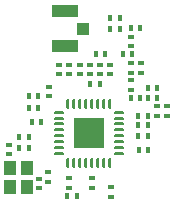
<source format=gtp>
G04 Layer_Color=8421504*
%FSAX25Y25*%
%MOIN*%
G70*
G01*
G75*
%ADD10R,0.10236X0.10236*%
%ADD11O,0.03347X0.01000*%
%ADD12O,0.01000X0.03347*%
%ADD13R,0.03937X0.04724*%
%ADD14R,0.08661X0.04134*%
%ADD15R,0.03937X0.03937*%
G04:AMPARAMS|DCode=16|XSize=15mil|YSize=20.08mil|CornerRadius=3.75mil|HoleSize=0mil|Usage=FLASHONLY|Rotation=0.000|XOffset=0mil|YOffset=0mil|HoleType=Round|Shape=RoundedRectangle|*
%AMROUNDEDRECTD16*
21,1,0.01500,0.01258,0,0,0.0*
21,1,0.00750,0.02008,0,0,0.0*
1,1,0.00750,0.00375,-0.00629*
1,1,0.00750,-0.00375,-0.00629*
1,1,0.00750,-0.00375,0.00629*
1,1,0.00750,0.00375,0.00629*
%
%ADD16ROUNDEDRECTD16*%
G04:AMPARAMS|DCode=17|XSize=15mil|YSize=20.08mil|CornerRadius=3.75mil|HoleSize=0mil|Usage=FLASHONLY|Rotation=90.000|XOffset=0mil|YOffset=0mil|HoleType=Round|Shape=RoundedRectangle|*
%AMROUNDEDRECTD17*
21,1,0.01500,0.01258,0,0,90.0*
21,1,0.00750,0.02008,0,0,90.0*
1,1,0.00750,0.00629,0.00375*
1,1,0.00750,0.00629,-0.00375*
1,1,0.00750,-0.00629,-0.00375*
1,1,0.00750,-0.00629,0.00375*
%
%ADD17ROUNDEDRECTD17*%
D10*
X0560400Y0327100D02*
D03*
D11*
X0550459Y0320210D02*
D03*
Y0322179D02*
D03*
Y0324147D02*
D03*
Y0326116D02*
D03*
Y0328084D02*
D03*
Y0330053D02*
D03*
Y0332021D02*
D03*
Y0333990D02*
D03*
X0570341Y0333990D02*
D03*
Y0332021D02*
D03*
Y0330053D02*
D03*
Y0328084D02*
D03*
Y0326116D02*
D03*
Y0324147D02*
D03*
Y0322179D02*
D03*
Y0320210D02*
D03*
D12*
X0553510Y0337041D02*
D03*
X0555479D02*
D03*
X0557447D02*
D03*
X0559416D02*
D03*
X0561384D02*
D03*
X0563353D02*
D03*
X0565321D02*
D03*
X0567290D02*
D03*
X0567290Y0317159D02*
D03*
X0565321D02*
D03*
X0563353D02*
D03*
X0561384D02*
D03*
X0559416D02*
D03*
X0557447D02*
D03*
X0555479D02*
D03*
X0553510D02*
D03*
D13*
X0534040Y0309312D02*
D03*
Y0315611D02*
D03*
X0539552D02*
D03*
Y0309312D02*
D03*
D14*
X0552347Y0356193D02*
D03*
Y0367807D02*
D03*
D15*
X0558253Y0362000D02*
D03*
D16*
X0577375Y0338775D02*
D03*
X0574225D02*
D03*
X0567440Y0362021D02*
D03*
X0570589D02*
D03*
X0560825Y0343600D02*
D03*
X0563975D02*
D03*
X0565785Y0353427D02*
D03*
X0562635D02*
D03*
X0576925Y0321400D02*
D03*
X0580075D02*
D03*
X0576825Y0326300D02*
D03*
X0579975D02*
D03*
X0576725Y0333000D02*
D03*
X0579875D02*
D03*
X0583075Y0342200D02*
D03*
X0579925D02*
D03*
X0577441Y0362133D02*
D03*
X0574291D02*
D03*
X0570566Y0365562D02*
D03*
X0567416D02*
D03*
X0571562Y0353398D02*
D03*
X0574712D02*
D03*
X0556220Y0306069D02*
D03*
X0553070D02*
D03*
X0543375Y0339400D02*
D03*
X0540225D02*
D03*
X0543375Y0335700D02*
D03*
X0540225D02*
D03*
X0544475Y0330900D02*
D03*
X0541325D02*
D03*
X0540310Y0325951D02*
D03*
X0537161D02*
D03*
X0540239Y0322094D02*
D03*
X0537089D02*
D03*
X0579875Y0330000D02*
D03*
X0576725D02*
D03*
X0583000Y0338818D02*
D03*
X0579850D02*
D03*
D17*
X0574300Y0350450D02*
D03*
Y0347300D02*
D03*
X0574276Y0359357D02*
D03*
Y0356208D02*
D03*
X0567347Y0346754D02*
D03*
Y0349904D02*
D03*
X0560800Y0346725D02*
D03*
Y0349875D02*
D03*
X0553756Y0312089D02*
D03*
Y0308940D02*
D03*
X0561300Y0312075D02*
D03*
Y0308925D02*
D03*
X0567825Y0309058D02*
D03*
Y0305909D02*
D03*
X0586500Y0336100D02*
D03*
Y0332950D02*
D03*
X0583100Y0336100D02*
D03*
Y0332950D02*
D03*
X0574300Y0341700D02*
D03*
Y0344850D02*
D03*
X0577800Y0347300D02*
D03*
Y0350450D02*
D03*
X0564072Y0346754D02*
D03*
Y0349904D02*
D03*
X0557500Y0346725D02*
D03*
Y0349875D02*
D03*
X0553800Y0346725D02*
D03*
Y0349875D02*
D03*
X0550300Y0346725D02*
D03*
Y0349875D02*
D03*
X0547100Y0342575D02*
D03*
Y0339425D02*
D03*
X0543740Y0308778D02*
D03*
Y0311927D02*
D03*
X0533573Y0323350D02*
D03*
Y0320200D02*
D03*
X0546815Y0314047D02*
D03*
Y0310897D02*
D03*
M02*

</source>
